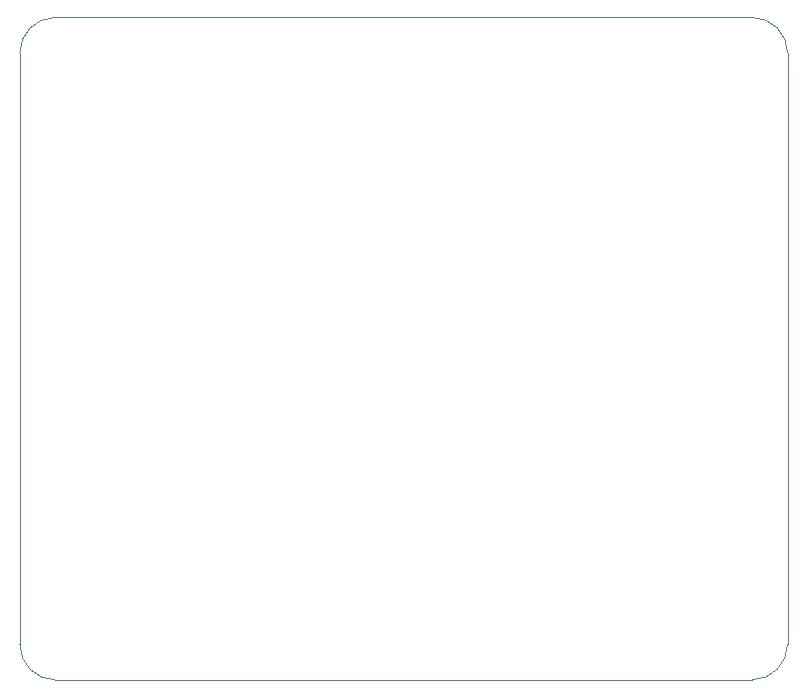
<source format=gbr>
G04 #@! TF.GenerationSoftware,KiCad,Pcbnew,(5.1.4)-1*
G04 #@! TF.CreationDate,2023-01-05T18:52:54+01:00*
G04 #@! TF.ProjectId,RasPi-HAT,52617350-692d-4484-9154-2e6b69636164,V00.20*
G04 #@! TF.SameCoordinates,Original*
G04 #@! TF.FileFunction,Profile,NP*
%FSLAX46Y46*%
G04 Gerber Fmt 4.6, Leading zero omitted, Abs format (unit mm)*
G04 Created by KiCad (PCBNEW (5.1.4)-1) date 2023-01-05 18:52:54*
%MOMM*%
%LPD*%
G04 APERTURE LIST*
%ADD10C,0.100000*%
G04 APERTURE END LIST*
D10*
X56441600Y-93380800D02*
X115441600Y-93380800D01*
X53441600Y-40300000D02*
X53441600Y-90380800D01*
X118441600Y-40300000D02*
G75*
G03X115441600Y-37300000I-3000000J0D01*
G01*
X56441600Y-37300000D02*
X115441600Y-37300000D01*
X56441600Y-37300000D02*
G75*
G03X53441600Y-40300000I0J-3000000D01*
G01*
X115441600Y-93380800D02*
G75*
G03X118441600Y-90380800I0J3000000D01*
G01*
X53441600Y-90380800D02*
G75*
G03X56441600Y-93380800I3000000J0D01*
G01*
X118441600Y-40300000D02*
X118441600Y-90380800D01*
M02*

</source>
